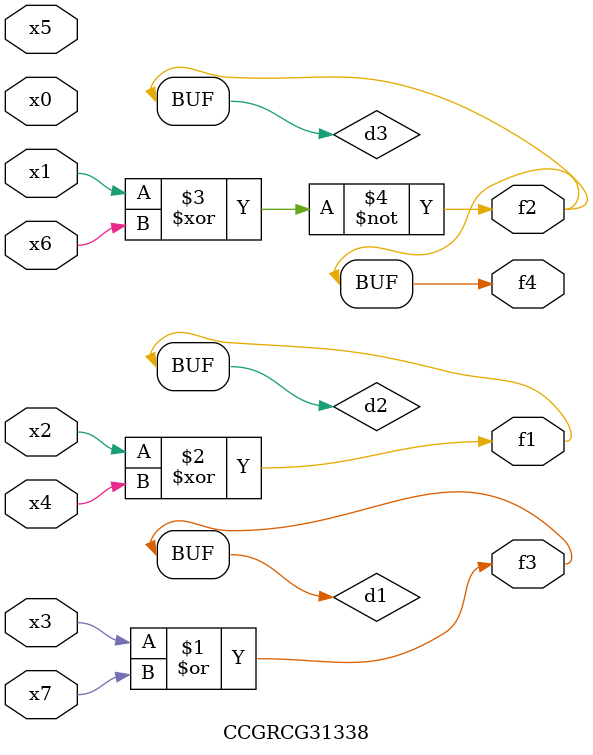
<source format=v>
module CCGRCG31338(
	input x0, x1, x2, x3, x4, x5, x6, x7,
	output f1, f2, f3, f4
);

	wire d1, d2, d3;

	or (d1, x3, x7);
	xor (d2, x2, x4);
	xnor (d3, x1, x6);
	assign f1 = d2;
	assign f2 = d3;
	assign f3 = d1;
	assign f4 = d3;
endmodule

</source>
